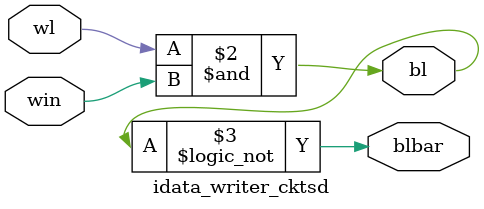
<source format=v>
module idata_writer_cktsd(bl,blbar,wl,win);
  input wl,win;
  output reg bl,blbar;
  always @(wl,win) begin
    bl = wl & win;
    blbar = !bl;
  end
endmodule

</source>
